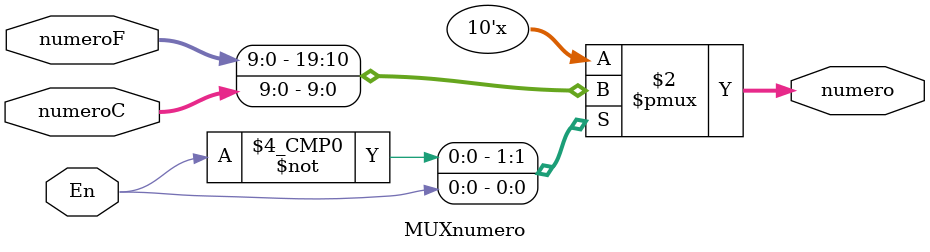
<source format=v>
`timescale 1ns / 1ps
module MUXnumero(En,numeroC,numeroF,numero);
input [9:0] numeroC,numeroF;
input En;
output reg [9:0] numero;
	always @(En or numeroC or numeroF)
		case (En)
			1'b0: numero <= numeroF;
			1'b1: numero <= numeroC;
	endcase	
endmodule

</source>
